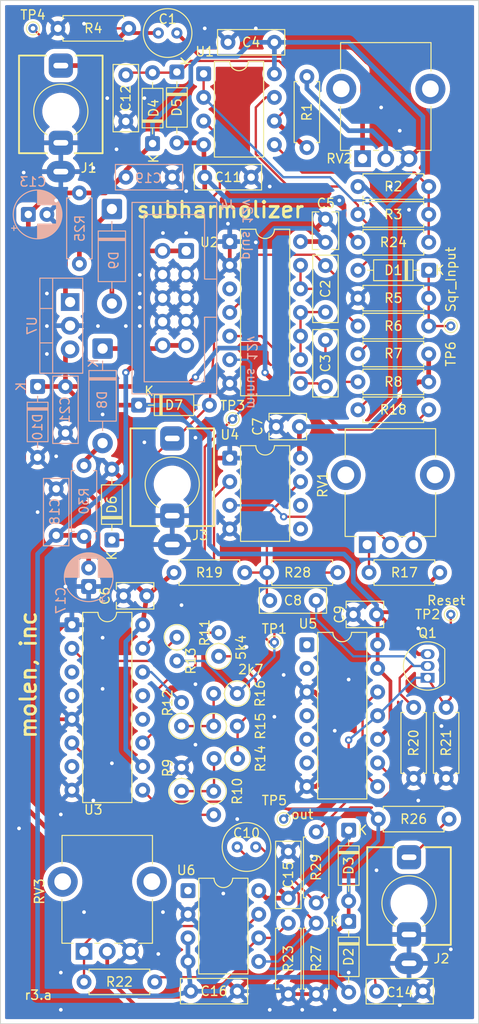
<source format=kicad_pcb>
(kicad_pcb (version 20241229) (generator "pcbnew") (generator_version "9.0")
  (layers (0 "F.Cu" signal) (2 "B.Cu" signal) (13 "F.Paste" user) (15 "B.Paste" user) (5 "F.SilkS" user "F.Silkscreen") (7 "B.SilkS" user "B.Silkscreen") (1 "F.Mask" user) (3 "B.Mask" user) (25 "Edge.Cuts" user))
  (net 0 "")
  (net 1 "Net-(C1-Pad1)")
  (net 2 "Net-(C1-Pad2)")
  (net 3 "Net-(C2-Pad2)")
  (net 4 "Net-(C2-Pad1)")
  (net 5 "Net-(C3-Pad2)")
  (net 6 "Net-(C3-Pad1)")
  (net 7 "GND")
  (net 8 "+12V")
  (net 9 "+5V")
  (net 10 "Net-(C8-Pad2)")
  (net 11 "Net-(Q1-B)")
  (net 12 "Net-(U6B-+)")
  (net 13 "Net-(C10-Pad1)")
  (net 14 "-12V")
  (net 15 "Net-(D4-A)")
  (net 16 "Net-(D1-K)")
  (net 17 "Net-(D1-A)")
  (net 18 "/Schematic/output")
  (net 19 "Net-(D6-K)")
  (net 20 "Net-(J2-PadT)")
  (net 21 "/Schematic/reset")
  (net 22 "Net-(R1-Pad1)")
  (net 23 "Net-(U1B-+)")
  (net 24 "Net-(R6-Pad2)")
  (net 25 "Net-(R10-Pad1)")
  (net 26 "Net-(U3-Q1)")
  (net 27 "Net-(R11-Pad1)")
  (net 28 "Net-(U3-Q2)")
  (net 29 "Net-(U3-Q3)")
  (net 30 "Net-(R12-Pad1)")
  (net 31 "Net-(U4-+)")
  (net 32 "Net-(U3-Q4)")
  (net 33 "Net-(R17-Pad1)")
  (net 34 "Net-(U1A--)")
  (net 35 "Net-(R18-Pad2)")
  (net 36 "Net-(R22-Pad1)")
  (net 37 "Net-(U6B--)")
  (net 38 "Net-(U5B-Q)")
  (net 39 "Net-(U4--)")
  (net 40 "Net-(U3-CLK)")
  (net 51 "Net-(U5B-D)")
  (net 56 "Net-(D8-A)")
  (net 57 "Net-(D8-K)")
  (net 58 "Net-(D9-A)")
  (net 59 "Net-(D9-K)")
  (footprint "Diode_THT:D_DO-35_SOD27_P7.62mm_Horizontal" (layer "F.Cu") (at 231.12 62 180)
    (property "Reference" "D1")
    (property "Value" "1N4148")
  )
  (footprint "TestPoint:TestPoint_THTPad_D1.0mm_Drill0.5mm" (layer "F.Cu") (at 215.5 121 -90)
    (property "Reference" "TP5")
    (property "Value" "Output")
  )
  (footprint "Diode_THT:D_DO-35_SOD27_P7.62mm_Horizontal" (layer "F.Cu") (at 204 40.69 -90)
    (property "Reference" "D5")
    (property "Value" "1N4148")
  )
  (footprint "Diode_THT:D_DO-35_SOD27_P7.62mm_Horizontal" (layer "F.Cu") (at 222.5 122.19 -90)
    (property "Reference" "D3")
    (property "Value" "1N4148")
  )
  (footprint "molen:Potentiometer_Alpha_RD901F-40-00D_Single_Vertical_CircularHoles" (layer "F.Cu") (at 224 50 90)
    (property "Reference" "RV2")
    (property "Value" "100k Log")
  )
  (footprint "Resistor_THT:R_Axial_DIN0207_L6.3mm_D2.5mm_P7.62mm_Horizontal" (layer "F.Cu") (at 233 116.62 90)
    (property "Reference" "R21")
    (property "Value" "1k")
  )
  (footprint "Resistor_THT:R_Axial_DIN0207_L6.3mm_D2.5mm_P2.54mm_Vertical" (layer "F.Cu") (at 207.96 118 -90)
    (property "Reference" "R10")
    (property "Value" "5k4")
  )
  (footprint "Resistor_THT:R_Axial_DIN0207_L6.3mm_D2.5mm_P2.54mm_Vertical" (layer "F.Cu") (at 208.5 103.5 90)
    (property "Reference" "R11")
    (property "Value" "5k4")
  )
  (footprint "Capacitor_THT:C_Rect_L7.0mm_W2.5mm_P5.00mm" (layer "F.Cu") (at 216 124.5 -90)
    (property "Reference" "C15")
    (property "Value" "100n")
  )
  (footprint "Capacitor_THT:C_Rect_L7.0mm_W2.5mm_P5.00mm" (layer "F.Cu") (at 219 97.5 180)
    (property "Reference" "C8")
    (property "Value" "100n")
  )
  (footprint "Capacitor_THT:C_Rect_L7.0mm_W2.5mm_P5.00mm" (layer "F.Cu") (at 220 74.5 90)
    (property "Reference" "C3")
    (property "Value" "4n7")
  )
  (footprint "Capacitor_THT:C_Rect_L7.0mm_W2.5mm_P5.00mm" (layer "F.Cu") (at 230.5 139.5 180)
    (property "Reference" "C14")
    (property "Value" "1n")
  )
  (footprint "Resistor_THT:R_Axial_DIN0207_L6.3mm_D2.5mm_P7.62mm_Horizontal" (layer "F.Cu") (at 218 41.19 -90)
    (property "Reference" "R1")
    (property "Value" "10k")
  )
  (footprint "Resistor_THT:R_Axial_DIN0207_L6.3mm_D2.5mm_P7.62mm_Horizontal" (layer "F.Cu") (at 223.5 74)
    (property "Reference" "R8")
    (property "Value" "10k")
  )
  (footprint "Resistor_THT:R_Axial_DIN0207_L6.3mm_D2.5mm_P7.62mm_Horizontal" (layer "F.Cu") (at 216 139.81 90)
    (property "Reference" "R23")
    (property "Value" "10k")
  )
  (footprint "AudioJacks:Jack_3.5mm_QingPu_WQP-PJ398SM_Vertical" (layer "F.Cu") (at 229 130.02)
    (property "Reference" "J2")
    (property "Value" "Audio OUT")
  )
  (footprint "Capacitor_THT:C_Rect_L7.0mm_W2.5mm_P5.00mm" (layer "F.Cu") (at 198.5 46 90)
    (property "Reference" "C12")
    (property "Value" "4n7")
  )
  (footprint "Resistor_THT:R_Axial_DIN0207_L6.3mm_D2.5mm_P7.62mm_Horizontal" (layer "F.Cu") (at 223.5 56)
    (property "Reference" "R3")
    (property "Value" "100k")
  )
  (footprint "Diode_THT:D_DO-35_SOD27_P7.62mm_Horizontal" (layer "F.Cu") (at 222.5 132 -90)
    (property "Reference" "D2")
    (property "Value" "1N4148")
  )
  (footprint "Resistor_THT:R_Axial_DIN0207_L6.3mm_D2.5mm_P2.54mm_Vertical" (layer "F.Cu") (at 210.54 114.5 180)
    (property "Reference" "R14")
    (property "Value" "2k7")
  )
  (footprint "Resistor_THT:R_Axial_DIN0207_L6.3mm_D2.5mm_P2.54mm_Vertical" (layer "F.Cu") (at 207.96 111)
    (property "Reference" "R15")
    (property "Value" "2k7")
  )
  (footprint "TestPoint:TestPoint_THTPad_D1.0mm_Drill0.5mm" (layer "F.Cu") (at 214.5 102)
    (property "Reference" "TP1")
    (property "Value" "Ramp")
  )
  (footprint "Capacitor_THT:C_Rect_L7.0mm_W2.5mm_P5.00mm" (layer "F.Cu") (at 205.5 139.5)
    (property "Reference" "C16")
    (property "Value" "100n")
  )
  (footprint "Package_TO_SOT_THT:TO-92_Inline" (layer "F.Cu") (at 231 105.81 90)
    (property "Reference" "Q1")
    (property "Value" "2N3904")
  )
  (footprint "molen:Potentiometer_Alpha_RD901F-40-00D_Single_Vertical_CircularHoles" (layer "F.Cu") (at 224.5 91.5 90)
    (property "Reference" "RV1")
    (property "Value" "50k")
  )
  (footprint "Package_DIP:DIP-8_W7.62mm" (layer "F.Cu") (at 205.195 128.69)
    (property "Reference" "U6")
    (property "Value" "TL072")
  )
  (footprint "Resistor_THT:R_Axial_DIN0207_L6.3mm_D2.5mm_P7.62mm_Horizontal" (layer "F.Cu") (at 191.19 36)
    (property "Reference" "R4")
    (property "Value" "100k")
  )
  (footprint "Resistor_THT:R_Axial_DIN0207_L6.3mm_D2.5mm_P2.54mm_Vertical" (layer "F.Cu") (at 204 101.455 -90)
    (property "Reference" "R13")
    (property "Value" "5k4")
  )
  (footprint "Capacitor_THT:C_Radial_D5.0mm_H5.0mm_P2.00mm" (layer "F.Cu") (at 212.5 124 180)
    (property "Reference" "C10")
    (property "Value" "10u BP")
  )
  (footprint "Capacitor_THT:C_Rect_L7.0mm_W2.5mm_P5.00mm" (layer "F.Cu") (at 207 52)
    (property "Reference" "C11")
    (property "Value" "100n")
  )
  (footprint "Resistor_THT:R_Axial_DIN0207_L6.3mm_D2.5mm_P7.62mm_Horizontal" (layer "F.Cu") (at 223.5 65)
    (property "Reference" "R5")
    (property "Value" "22k")
  )
  (footprint "Capacitor_THT:C_Disc_D3.8mm_W2.6mm_P2.50mm" (layer "F.Cu") (at 217.195 78.81 180)
    (property "Reference" "C7")
    (property "Value" "22p")
  )
  (footprint "Diode_THT:D_DO-35_SOD27_P7.62mm_Horizontal" (layer "F.Cu") (at 201.38 48.38 90)
    (property "Reference" "D4")
    (property "Value" "1N4148")
  )
  (footprint "AudioJacks:Jack_3.5mm_QingPu_WQP-PJ398SM_Vertical" (layer "F.Cu") (at 203.5 85)
    (property "Reference" "J3")
    (property "Value" "Subharm CV IN")
  )
  (footprint "Capacitor_THT:C_Disc_D3.8mm_W2.6mm_P2.50mm" (layer "F.Cu") (at 220 56.5 -90)
    (property "Reference" "C5")
    (property "Value" "22p")
  )
  (footprint "Resistor_THT:R_Axial_DIN0207_L6.3mm_D2.5mm_P7.62mm_Horizontal" (layer "F.Cu") (at 224.69 94.5)
    (property "Reference" "R17")
    (property "Value" "10k")
  )
  (footprint "AudioJacks:Jack_3.5mm_QingPu_WQP-PJ398SM_Vertical" (layer "F.Cu") (at 191.5 44.92)
    (property "Reference" "J1")
    (property "Value" "Audio IN")
  )
  (footprint "Capacitor_THT:C_Radial_D5.0mm_H5.0mm_P2.00mm" (layer "F.Cu") (at 202 36.5)
    (property "Reference" "C1")
    (property "Value" "10u BP")
  )
  (footprint "TestPoint:TestPoint_THTPad_D1.0mm_Drill0.5mm" (layer "F.Cu") (at 233.5 68 90)
    (property "Reference" "TP6")
    (property "Value" "Sqr_Input")
  )
  (footprint "Resistor_THT:R_Axial_DIN0207_L6.3mm_D2.5mm_P7.62mm_Horizontal" (layer "F.Cu") (at 223.5 77)
    (property "Reference" "R18")
    (property "Value" "2k2")
  )
  (footprint "Resistor_THT:R_Axial_DIN0207_L6.3mm_D2.5mm_P7.62mm_Horizontal" (layer "F.Cu") (at 231.12 68 180)
    (property "Reference" "R6")
    (property "Value" "2k2")
  )
  (footprint "Resistor_THT:R_Axial_DIN0207_L6.3mm_D2.5mm_P7.62mm_Horizontal" (layer "F.Cu") (at 219 130 90)
    (property "Reference" "R29")
    (property "Value" "100")
  )
  (footprint "Resistor_THT:R_Axial_DIN0207_L6.3mm_D2.5mm_P7.62mm_Horizontal" (layer "F.Cu") (at 223.5 59)
    (property "Reference" "R24")
    (property "Value" "10k")
  )
  (footprint "Capacitor_THT:C_Rect_L7.0mm_W2.5mm_P5.00mm" (layer "F.Cu") (at 220 66.5 90)
    (property "Reference" "C2")
    (property "Value" "4n7")
  )
  (footprint "Resistor_THT:R_Axial_DIN0207_L6.3mm_D2.5mm_P7.62mm_Horizontal" (layer "F.Cu") (at 223.5 53)
    (property "Reference" "R2")
    (property "Value" "10k")
  )
  (footprint "Resistor_THT:R_Axial_DIN0207_L6.3mm_D2.5mm_P7.62mm_Horizontal" (layer "F.Cu") (at 221.31 94.5 180)
    (property "Reference" "R28")
    (property "Value" "1M")
  )
  (footprint "TestPoint:TestPoint_THTPad_D1.0mm_Drill0.5mm" (layer "F.Cu") (at 233.5 99 90)
    (property "Reference" "TP2")
    (property "Value" "Reset")
  )
  (footprint "Capacitor_THT:C_Rect_L7.0mm_W2.5mm_P5.00mm" (layer "F.Cu") (at 209.5 37.5)
    (property "Reference" "C4")
    (property "Value" "100n")
  )
  (footprint "Capacitor_THT:C_Disc_D3.8mm_W2.6mm_P2.50mm" (layer "F.Cu") (at 225.5 99 180)
    (property "Reference" "C9")
    (property "Value" "22p")
  )
  (footprint "Diode_THT:D_DO-35_SOD27_P7.62mm_Horizontal" (layer "F.Cu") (at 199.88 76.5)
    (property "Reference" "D7")
    (property "Value" "1N4148")
  )
  (footprint "Diode_THT:D_DO-35_SOD27_P7.62mm_Horizontal" (layer "F.Cu") (at 197 91 90)
    (property "Reference" "D6")
    (property "Value" "1N4148")
  )
  (footprint "Package_DIP:DIP-14_W7.62mm" (layer "F.Cu") (at 218 102.26)
    (property "Reference" "U5")
    (property "Value" "74LS74")
  )
  (footprint "Resistor_THT:R_Axial_DIN0207_L6.3mm_D2.5mm_P2.54mm_Vertical" (layer "F.Cu") (at 204.5 111 90)
    (property "Reference" "R12")
    (property "Value" "5k4")
  )
  (footprint "molen:Potentiometer_Alpha_RD901F-40-00D_Single_Vertical_CircularHoles" (layer "F.Cu") (at 194 135.225 90)
    (property "Reference" "RV3")
    (property "Value" "50k")
  )
  (footprint "Package_DIP:DIP-8_W7.62mm" (layer "F.Cu") (at 209.695 82.19)
    (property "Reference" "U4")
    (property "Value" "LM311")
  )
  (footprint "Package_DIP:DIP-14_W7.62mm" (layer "F.Cu") (at 209.695 58.92)
    (property "Reference" "U2")
    (property "Value" "74HC00")
  )
  (footprint "TestPoint:TestPoint_THTPad_D1.0mm_Drill0.5mm" (layer "F.Cu") (at 210 78)
    (property "Reference" "TP3")
    (property "Value" "DblFreq")
  )
  (footprint "Resistor_THT:R_Axial_DIN0207_L6.3mm_D2.5mm_P2.54mm_Vertical" (layer "F.Cu") (at 204.5 118 90)
    (property "Reference" "R9")
    (property "Value" "5k4")
  )
  (footprint "Resistor_THT:R_Axial_DIN0207_L6.3mm_D2.5mm_P2.54mm_Vertical" (layer "F.Cu") (at 210.5 107.5 180)
    (property "Reference" "R16")
    (property "Value" "2k7")
  )
  (footprint "Package_DIP:DIP-16_W7.62mm" (layer "F.Cu") (at 192.695 100.11)
    (property "Reference" "U3")
    (property "Value" "CD4516B")
  )
  (footprint "Resistor_THT:R_Axial_DIN0207_L6.3mm_D2.5mm_P7.62mm_Horizontal" (layer "F.Cu") (at 211.31 94.5 180)
    (property "Reference" "R19")
    (property "Value" "10k")
  )
  (footprint "Resistor_THT:R_Axial_DIN0207_L6.3mm_D2.5mm_P7.62mm_Horizontal" (layer "F.Cu") (at 225.69 121)
    (property "Reference" "R26")
    (property "Value" "1k")
  )
  (footprint "Package_DIP:DIP-8_W7.62mm" (layer "F.Cu") (at 206.88 40.88)
    (property "Reference" "U1")
    (property "Value" "TL072")
  )
  (footprint "Resistor_THT:R_Axial_DIN0207_L6.3mm_D2.5mm_P7.62mm_Horizontal" (layer "F.Cu") (at 223.5 71)
    (property "Reference" "R7")
    (property "Value" "10k")
  )
  (footprint "Capacitor_THT:C_Disc_D3.8mm_W2.6mm_P2.50mm" (layer "F.Cu") (at 200.75 97 180)
    (property "Reference" "C6")
    (property "Value" "22p")
  )
  (footprint "TestPoint:TestPoint_THTPad_D1.0mm_Drill0.5mm" (layer "F.Cu") (at 188.5 36)
    (property "Reference" "TP4")
    (property "Value" "Input")
  )
  (footprint "Resistor_THT:R_Axial_DIN0207_L6.3mm_D2.5mm_P7.62mm_Horizontal" (layer "F.Cu") (at 229.5 116.62 90)
    (property "Reference" "R20")
    (property "Value" "33k")
  )
  (footprint "Resistor_THT:R_Axial_DIN0207_L6.3mm_D2.5mm_P7.62mm_Horizontal" (layer "F.Cu") (at 194 138.5)
    (property "Reference" "R22")
    (property "Value" "18k")
  )
  (footprint "Resistor_THT:R_Axial_DIN0207_L6.3mm_D2.5mm_P7.62mm_Horizontal" (layer "F.Cu") (at 219 139.81 90)
    (property "Reference" "R27")
    (property "Value" "10k")
  )
  (footprint "Diode_THT:D_DO-41_SOD81_P10.16mm_Horizontal" (layer "B.Cu") (at 196 70.42 -90)
    (property "Reference" "D8")
    (property "Value" "1N5819")
  )
  (footprint "Capacitor_THT:CP_Radial_D5.0mm_P2.00mm" (layer "B.Cu") (at 194.5 96 90)
    (property "Reference" "C17")
    (property "Value" "47u 16v")
  )
  (footprint "Diode_THT:D_DO-41_SOD81_P10.16mm_Horizontal" (layer "B.Cu") (at 197 55.42 -90)
    (property "Reference" "D9")
    (property "Value" "1N5819")
  )
  (footprint "Resistor_THT:R_Axial_DIN0207_L6.3mm_D2.5mm_P7.62mm_Horizontal" (layer "B.Cu") (at 194 90.62 90)
    (property "Reference" "R30")
    (property "Value" "10R")
  )
  (footprint "Package_TO_SOT_THT:TO-220-3_Vertical" (layer "B.Cu") (at 192.5 65.42 -90)
    (property "Reference" "U7")
    (property "Value" "LM7805_TO220")
  )
  (footprint "Diode_THT:D_DO-35_SOD27_P7.62mm_Horizontal" (layer "B.Cu") (at 189 74.5 -90)
    (property "Reference" "D10")
    (property "Value" "1N4148")
  )
  (footprint "Resistor_THT:R_Axial_DIN0207_L6.3mm_D2.5mm_P7.62mm_Horizontal" (layer "B.Cu") (at 193.5 53.69 -90)
    (property "Reference" "R25")
    (property "Value" "10R")
  )
  (footprint "Connector_IDC:IDC-Header_2x05_P2.54mm_Vertical" (layer "B.Cu") (at 205 59.92 180)
    (property "Reference" "J4")
    (property "Value" "Eurorack 10pin")
  )
  (footprint "Capacitor_THT:C_Rect_L7.0mm_W2.5mm_P5.00mm" (layer "B.Cu") (at 192 79.5 90)
    (property "Reference" "C21")
    (property "Value" "100n")
  )
  (footprint "Capacitor_THT:C_Rect_L7.0mm_W2.5mm_P5.00mm" (layer "B.Cu") (at 203.5 52 180)
    (property "Reference" "C19")
    (property "Value" "100n")
  )
  (footprint "Capacitor_THT:C_Rect_L7.0mm_W2.5mm_P5.00mm" (layer "B.Cu") (at 191 90.5 90)
    (property "Reference" "C18")
    (property "Value" "100n")
  )
  (footprint "Capacitor_THT:CP_Radial_D5.0mm_P2.00mm" (layer "B.Cu") (at 188 56)
    (property "Reference" "C13")
    (property "Value" "47u 16v")
  )
  (gr_rect (start 185 33) (end 236.5 143) (stroke (width 0.1)) (fill no) (layer "Edge.Cuts"))
  (gr_text "molen, inc" (at 189 112.5 90) (layer "F.SilkS") (effects (font (size 1.7 1.7) (thickness 0.3) (bold yes)) (justify left bottom)))
  (gr_text "subharmolizer" (at 199.5 56.5 0) (layer "F.SilkS") (effects (font (size 1.7 1.7) (thickness 0.3) (bold yes)) (justify left bottom)))
  (gr_text "2k7" (at 210.5 105.5 0) (layer "F.SilkS") (effects (font (size 1 1)) (justify left bottom)))
  (gr_text "out" (at 217.5 120.5 0) (layer "F.SilkS") (effects (font (size 1 1))))
  (gr_text "r3.a" (at 187.5 140.5 0) (layer "F.SilkS") (effects (font (size 1 1)) (justify left bottom)))
  (gr_text "5k4" (at 211.5 104 90) (layer "F.SilkS") (effects (font (size 1 1)) (justify left bottom)))
  (gr_text "minus 12v" (at 211.5 77 270) (layer "B.SilkS") (effects (font (size 1 1)) (justify left bottom mirror)))
  (gr_text "plus 12v" (at 211 61 270) (layer "B.SilkS") (effects (font (size 1 1)) (justify left bottom mirror)))
  (segment (start 190 37.5) (end 195 37.5) (width 0.25) (layer "F.Cu") (net 1))
  (segment (start 194.81 40) (end 198.81 36) (width 0.5) (layer "F.Cu") (net 1))
  (segment (start 188.5 36) (end 190 37.5) (width 0.25) (layer "F.Cu") (net 1))
  (segment (start 196.5 36) (end 198.81 36) (width 0.25) (layer "F.Cu") (net 1))
  (segment (start 199.31 36.5) (end 198.81 36) (width 0.4) (layer "F.Cu") (net 1))
  (segment (start 195 37.5) (end 196.5 36) (width 0.25) (layer "F.Cu") (net 1))
  (segment (start 191.5 40) (end 194.81 40) (width 0.5) (layer "F.Cu") (net 1))
  (segment (start 202 36.5) (end 199.31 36.5) (width 0.4) (layer "F.Cu") (net 1))
  (segment (start 206.474 38.974) (end 222.474 38.974) (width 0.4) (layer "F.Cu") (net 2))
  (segment (start 224 50) (end 224 40.5) (width 0.5) (layer "F.Cu") (net 2))
  (segment (start 222.474 38.974) (end 224 40.5) (width 0.4) (layer "F.Cu") (net 2))
  (segment (start 204 36.5) (end 206.474 38.974) (width 0.4) (layer "F.Cu") (net 2))
  (segment (start 224 50.5) (end 224 50) (width 0.25) (layer "F.Cu") (net 2))
  (segment (start 224 63.5) (end 225 64.5) (width 0.25) (layer "F.Cu") (net 3))
  (segment (start 209.695 66.54) (end 211.5 64.735) (width 0.25) (layer "F.Cu") (net 3))
  (segment (start 218.834 60.334) (end 220 61.5) (width 0.25) (layer "F.Cu") (net 3))
  (segment (start 222 63.5) (end 224 63.5) (width 0.25) (layer "F.Cu") (net 3))
  (segment (start 211.5 64.735) (end 211.5 61.5) (width 0.25) (layer "F.Cu") (net 3))
  (segment (start 220 61.5) (end 222 63.5) (width 0.25) (layer "F.Cu") (net 3))
  (segment (start 225 64.5) (end 225 69.5) (width 0.25) (layer "F.Cu") (net 3))
  (segment (start 211.5 61.5) (end 212.666 60.334) (width 0.25) (layer "F.Cu") (net 3))
  (segment (start 225 69.5) (end 223.5 71) (width 0.25) (layer "F.Cu") (net 3))
  (segment (start 223 71.5) (end 223.5 71) (width 0.25) (layer "F.Cu") (net 3))
  (segment (start 212.666 60.334) (end 218.834 60.334) (width 0.25) (layer "F.Cu") (net 3))
  (segment (start 217.315 71.62) (end 217.315 69.08) (width 0.25) (layer "F.Cu") (net 4))
  (segment (start 220 66.5) (end 217.355 66.5) (width 0.25) (layer "F.Cu") (net 4))
  (segment (start 217.355 66.5) (end 217.315 66.54) (width 0.25) (layer "F.Cu") (net 4))
  (segment (start 217.315 66.54) (end 217.315 69.08) (width 0.25) (layer "F.Cu") (net 4))
  (segment (start 220 72) (end 222 74) (width 0.25) (layer "F.Cu") (net 5))
  (segment (start 216 73) (end 214.5 71.5) (width 0.25) (layer "F.Cu") (net 5))
  (segment (start 213.08 69.08) (end 209.695 69.08) (width 0.25) (layer "F.Cu") (net 5))
  (segment (start 220 69.5) (end 220 72) (width 0.25) (layer "F.Cu") (net 5))
  (segment (start 219 73) (end 216 73) (width 0.25) (layer "F.Cu") (net 5))
  (segment (start 222 74) (end 223.5 74) (width 0.25) (layer "F.Cu") (net 5))
  (segment (start 220 72) (end 219 73) (width 0.25) (layer "F.Cu") (net 5))
  (segment (start 214.5 70.5) (end 213.08 69.08) (width 0.25) (layer "F.Cu") (net 5))
  (segment (start 214.5 71.5) (end 214.5 70.5) (width 0.25) (layer "F.Cu") (net 5))
  (segment (start 219.5 74.5) (end 219.16 74.16) (width 0.25) (layer "F.Cu") (net 6))
  (segment (start 220 74.5) (end 219.5 74.5) (width 0.25) (layer "F.Cu") (net 6))
  (segment (start 219.16 74.16) (end 217.315 74.16) (width 0.25) (layer "F.Cu") (net 6))
  (segment (start 217.655 74.5) (end 217.315 74.16) (width 0.25) (layer "F.Cu") (net 6))
  (segment (start 219.5 117) (end 219.5 108) (width 0.5) (layer "F.Cu") (net 7))
  (segment (start 229 136.5) (end 229 133.4) (width 0.4) (layer "F.Cu") (net 7))
  (segment (start 209.695 58.92) (end 210.08 58.92) (width 0.4) (layer "F.Cu") (net 7))
  (segment (start 191.5 48.3) (end 191.5 51.4) (width 0.4) (layer "F.Cu") (net 7))
  (segment (start 218 117.5) (end 219 117.5) (width 0.5) (layer "F.Cu") (net 7))
  (segment (start 192.695 110.27) (end 191.27 110.27) (width 0.4) (layer "F.Cu") (net 7))
  (segment (start 192.695 117.89) (end 191 116.195) (width 0.4) (layer "F.Cu") (net 7))
  (segment (start 218.84 107.34) (end 218 107.34) (width 0.5) (layer "F.Cu") (net 7))
  (segment (start 229 137) (end 229 136.5) (width 0.4) (layer "F.Cu") (net 7))
  (segment (start 203.5 88.38) (end 203.5 91.48) (width 0.5) (layer "F.Cu") (net 7))
  (segment (start 219.5 108) (end 218.84 107.34) (width 0.5) (layer "F.Cu") (net 7))
  (segment (start 191.89 100.11) (end 192.695 100.11) (width 0.4) (layer "F.Cu") (net 7))
  (segment (start 219 117.5) (end 219.5 117) (width 0.5) (layer "F.Cu") (net 7))
  (segment (start 191 110) (end 191 101) (width 0.4) (layer "F.Cu") (net 7))
  (segment (start 209.695 61.46) (end 209.695 58.92) (width 0.4) (layer "F.Cu") (net 7))
  (segment (start 219 139.81) (end 216 139.81) (width 0.4) (layer "F.Cu") (net 7))
  (segment (start 191.27 110.27) (end 191 110) (width 0.4) (layer "F.Cu") (net 7))
  (segment (start 191 116.195) (end 191 110) (width 0.4) (layer "F.Cu") (net 7))
  (segment (start 191 101) (end 191.89 100.11) (width 0.4) (layer "F.Cu") (net 7))
  (via (at 187 122) (size 0.8) (drill 0.4) (layers "F.Cu" "B.Cu") (net 7))
  (via (at 228 141) (size 0.8) (drill 0.4) (layers "F.Cu" "B.Cu") (net 7))
  (via (at 191 82) (size 0.8) (drill 0.4) (layers "F.Cu" "B.Cu") (net 7))
  (via (at 233.5 135) (size 0.8) (drill 0.4) (layers "F.Cu" "B.Cu") (net 7))
  (via (at 217.5 141.5) (size 0.8) (drill 0.4) (layers "F.Cu" "B.Cu") (net 7))
  (via (at 211.5 102.5) (size 0.8) (drill 0.4) (layers "F.Cu" "B.Cu") (net 7))
  (via (at 206 113) (size 0.8) (drill 0.4) (layers "F.Cu" "B.Cu") (net 7))
  (via (at 190 68) (size 0.8) (drill 0.4) (layers "F.Cu" "B.Cu") (net 7))
  (via (at 195.5 68) (size 0.8) (drill 0.4) (layers "F.Cu" "B.Cu") (net 7))
  (via (at 214.5 110) (size 0.8) (drill 0.4) (layers "F.Cu" "B.Cu") (net 7))
  (via (at 206 80) (size 0.8) (drill 0.4) (layers "F.Cu" "B.Cu") (net 7))
  (via (at 197.5 49) (size 0.8) (drill 0.4) (layers "F.Cu" "B.Cu") (net 7))
  (via (at 221 141.5) (size 0.8) (drill 0.4) (layers "F.Cu" "B.Cu") (net 7))
  (via (at 198.5 68) (size 0.8) (drill 0.4) (layers "F.Cu" "B.Cu") (net 7))
  (via (at 196 107) (size 0.8) (drill 0.4) (layers "F.Cu" "B.Cu") (net 7))
  (via (at 210.5 121) (size 0.8) (drill 0.4) (layers "F.Cu" "B.Cu") (net 7))
  (via (at 190 64.5) (size 0.8) (drill 0.4) (layers "F.Cu" "B.Cu") (net 7))
  (via (at 226 44.5) (size 0.8) (drill 0.4) (layers "F.Cu" "B.Cu") (net 7))
  (via (at 195 119) (size 0.8) (drill 0.4) (layers "F.Cu" "B.Cu") (net 7))
  (via (at 215.5 105.5) (size 0.8) (drill 0.4) (layers "F.Cu" "B.Cu") (net 7))
  (via (at 192 96) (size 0.8) (drill 0.4) (layers "F.Cu" "B.Cu") (net 7))
  (via (at 189 88) (size 0.8) (drill 0.4) (layers "F.Cu" "B.Cu") (net 7))
  (via (at 197 115) (size 0.8) (drill 0.4) (layers "F.Cu" "B.Cu") (net 7))
  (via (at 232.5 111) (size 0.8) (drill 0.4) (layers "F.Cu" "B.Cu") (net 7))
  (via (at 218.5 125) (size 0.8) (drill 0.4) (layers "F.Cu" "B.Cu") (net 7))
  (via (at 212.5 36) (size 0.8) (drill 0.4) (layers "F.Cu" "B.Cu") (net 7))
  (via (at 228 47) (size 0.8) (drill 0.4) (layers "F.Cu" "B.Cu") (net 7))
  (via (at 214 141.5) (size 0.8) (drill 0.4) (layers "F.Cu" "B.Cu") (net 7))
  (via (at 195 51) (size 0.8) (drill 0.4) (layers "F.Cu" "B.Cu") (net 7))
  (via (at 200 66) (size 0.8) (drill 0.4) (layers "F.Cu" "B.Cu") (net 7))
  (via (at 222.5 137.5) (size 0.8) (drill 0.4) (layers "F.Cu" "B.Cu") (net 7))
  (via (at 196 101.5) (size 0.8) (drill 0.4) (layers "F.Cu" "B.Cu") (net 7))
  (via (at 205 53.5) (size 0.8) (drill 0.4) (layers "F.Cu" "B.Cu") (net 7))
  (via (at 200 62.5) (size 0.8) (drill 0.4) (layers "F.Cu" "B.Cu") (net 7))
  (via (at 229 55.5) (size 0.8) (drill 0.4) (layers "F.Cu" "B.Cu") (net 7))
  (via (at 191.5 120.5) (size 0.8) (drill 0.4) (layers "F.Cu" "B.Cu") (net 7))
  (via (at 207 36) (size 0.8) (drill 0.4) (layers "F.Cu" "B.Cu") (net 7))
  (via (at 190 71) (size 0.8) (drill 0.4) (layers "F.Cu" "B.Cu") (net 7))
  (via (at 209.5 57) (size 0.8) (drill 0.4) (layers "F.Cu" "B.Cu") (net 7))
  (via (at 202.5 131) (size 0.8) (drill 0.4) (layers "F.Cu" "B.Cu") (net 7))
  (via (at 205 58) (size 0.8) (drill 0.4) (layers "F.Cu" "B.Cu") (net 7))
  (via (at 202 135.5) (size 0.8) (drill 0.4) (layers "F.Cu" "B.Cu") (net 7))
  (via (at 214 53) (size 0.8) (drill 0.4) (layers "F.Cu" "B.Cu") (net 7))
  (via (at 209 129) (size 0.8) (drill 0.4) (layers "F.Cu" "B.Cu") (net 7))
  (via (at 196.5 43.5) (size 0.8) (drill 0.4) (layers "F.Cu" "B.Cu") (net 7))
  (via (at 230 100.5) (size 0.8) (drill 0.4) (layers "F.Cu" "B.Cu") (net 7))
  (via (at 187.5 51.5) (size 0.8) (drill 0.4) (layers "F.Cu" "B.Cu") (net 7))
  (via (at 212.5 59) (size 0.8) (drill 0.4) (layers "F.Cu" "B.Cu") (net 7))
  (via (at 227 53) (size 0.8) (drill 0.4) (layers "F.Cu" "B.Cu") (net 7))
  (via (at 191.5 141.5) (size 0.8) (drill 0.4) (layers "F.Cu" "B.Cu") (net 7))
  (via (at 200.5 43.5) (size 0.8) (drill 0.4) (layers "F.Cu" "B.Cu") (net 7))
  (via (at 194 131) (size 0.8) (drill 0.4) (layers "F.Cu" "B.Cu") (net 7))
  (via (at 194 35.5) (size 0.8) (drill 0.4) (layers "F.Cu" "B.Cu") (net 7))
  (via (at 204.5 98) (size 0.8) (drill 0.4) (layers "F.Cu" "B.Cu") (net 7))
  (via (at 200 68) (size 0.8) (drill 0.4) (layers "F.Cu" "B.Cu") (net 7))
  (via (at 202.5 58) (size 0.8) (drill 0.4) (layers "F.Cu" "B.Cu") (net 7))
  (via (at 222.5 106) (size 0.8) (drill 0.4) (layers "F.Cu" "B.Cu") (net 7))
  (via (at 191.5 137.5) (size 0.8) (drill 0.4) (layers "F.Cu" "B.Cu") (net 7))
  (via (at 221 111.5) (size 0.8) (drill 0.4) (layers "F.Cu" "B.Cu") (net 7))
  (via (at 200.5 80.5) (size 0.8) (drill 0.4) (layers "F.Cu" "B.Cu") (net 7))
  (via (at 191 54.5) (size 0.8) (drill 0.4) (layers "F.Cu" "B.Cu") (net 7))
  (via (at 206 106.5) (size 0.8) (drill 0.4) (layers "F.Cu" "B.Cu") (net 7))
  (via (at 196 77.5) (size 0.8) (drill 0.4) (layers "F.Cu" "B.Cu") (net 7))
  (via (at 200 64.5) (size 0.8) (drill 0.4) (layers "F.Cu" "B.Cu") (net 7))
  (via (at 230 119) (size 0.8) (drill 0.4) (layers "F.Cu" "B.Cu") (net 7))
  (via (at 225.5 126.5) (size 0.8) (drill 0.4) (layers "F.Cu" "B.Cu") (net 7))
  (segment (start 210.5 139.5) (end 215.69 139.5) (width 0.4) (layer "B.Cu") (net 7))
  (segment (start 215.69 139.5) (end 216 139.81) (width 0.4) (layer "B.Cu") (net 7))
  (segment (start 192.5 65.5) (end 192 65) (width 0.5) (layer "F.Cu") (net 8))
  (segment (start 213.625 129.5) (end 212.815 128.69) (width 0.5) (layer "F.Cu") (net 8))
  (segment (start 198.5 52) (end 198.5 51.26) (width 0.5) (layer "F.Cu") (net 8))
  (segment (start 210 127) (end 205.5 122.5) (width 0.5) (layer "F.Cu") (net 8))
  (segment (start 198.5 51.26) (end 201.38 48.38) (width 0.5) (layer "F.Cu") (net 8))
  (segment (start 217.195 78.81) (end 217.195 82.07) (width 0.5) (layer "F.Cu") (net 8))
  (segment (start 205.5 122.5) (end 190.5 122.5) (width 0.5) (layer "F.Cu") (net 8))
  (segment (start 187.5 58) (end 188 57.5) (width 0.5) (layer "F.Cu") (net 8))
  (segment (start 217.195 82.07) (end 217.315 82.19) (width 0.5) (layer "F.Cu") (net 8))
  (segment (start 223.69 53) (end 223.5 53) (width 0.4) (layer "F.Cu") (net 8))
  (segment (start 193.5 53.69) (end 196.31 53.69) (width 0.5) (layer "F.Cu") (net 8))
  (segment (start 190.31 53.69) (end 192 53.69) (width 0.5) (layer "F.Cu") (net 8))
  (segment (start 213.5 127) (end 210 127) (width 0.5) (layer "F.Cu") (net 8))
  (segment (start 193.5 53.69) (end 192 53.69) (width 0.5) (layer "F.Cu") (net 8))
  (segment (start 187.5 119.5) (end 187.5 58) (width 0.5) (layer "F.Cu") (net 8))
  (segment (start 192 65) (end 192 53.69) (width 0.5) (layer "F.Cu") (net 8))
  (segment (start 188 57.5) (end 188 56) (width 0.5) (layer "F.Cu") (net 8))
  (segment (start 188 56) (end 190.31 53.69) (width 0.5) (layer "F.Cu") (net 8))
  (segment (start 190.5 122.5) (end 187.5 119.5) (width 0.5) (layer "F.Cu") (net 8))
  (segment (start 196.31 53.69) (end 198 52) (width 0.5) (layer "F.Cu") (net 8))
  (segment (start 216 129.5) (end 213.625 129.5) (width 0.5) (layer "F.Cu") (net 8))
  (segment (start 216 129.5) (end 213.5 127) (width 0.5) (layer "F.Cu") (net 8))
  (segment (start 216 129.5) (end 222.5 123) (width 0.5) (layer "B.Cu") (net 8))
  (segment (start 224.69 78.81) (end 227.5 76) (width 0.5) (layer "B.Cu") (net 8))
  (segment (start 210.5 39) (end 206.5 39) (width 0.5) (layer "B.Cu") (net 8))
  (segment (start 230.5 45.5) (end 230.5 51.5) (width 0.5) (layer "B.Cu") (net 8))
  (segment (start 224.203496 53) (end 223.5 53) (width 0.5) (layer "B.Cu") (net 8))
  (segment (start 227.5 56.296504) (end 226.601748 55.398252) (width 0.5) (layer "B.Cu") (net 8))
  (segment (start 230.5 51.5) (end 226.601748 55.398252) (width 0.5) (layer "B.Cu") (net 8))
  (segment (start 205.5 40) (end 205.5 42) (width 0.5) (layer "B.Cu") (net 8))
  (segment (start 222.5 37.5) (end 230.5 45.5) (width 0.5) (layer "B.Cu") (net 8))
  (segment (start 214.5 37.5) (end 222.5 37.5) (width 0.5) (layer "B.Cu") (net 8))
  (segment (start 214.5 37.5) (end 212 37.5) (width 0.5) (layer "B.Cu") (net 8))
  (segment (start 222.5 123) (end 222.5 122.19) (width 0.5) (layer "B.Cu") (net 8))
  (segment (start 212 37.5) (end 210.5 39) (width 0.5) (layer "B.Cu") (net 8))
  (segment (start 201.38 46.12) (end 201.38 48.38) (width 0.5) (layer "B.Cu") (net 8))
  (segment (start 227.5 76) (end 227.5 56.296504) (width 0.5) (layer "B.Cu") (net 8))
  (segment (start 205.5 42) (end 201.38 46.12) (width 0.5) (layer "B.Cu") (net 8))
  (segment (start 214.5 40.88) (end 214.5 37.5) (width 0.5) (layer "B.Cu") (net 8))
  (segment (start 206.5 39) (end 205.5 40) (width 0.5) (layer "B.Cu") (net 8))
  (segment (start 226.601748 55.398252) (end 224.203496 53) (width 0.5) (layer "B.Cu") (net 8))
  (segment (start 217.195 78.81) (end 224.69 78.81) (width 0.5) (layer "B.Cu") (net 8))
  (segment (start 217 76.5) (end 219 76.5) (width 0.5) (layer "F.Cu") (net 9))
  (segment (start 195.5 87) (end 192.5 84) (width 0.5) (layer "F.Cu") (net 9))
  (segment (start 225.62 112.42) (end 227 111.04) (width 0.4) (layer "F.Cu") (net 9))
  (segment (start 200.75 97) (end 195.5 91.75) (width 0.5) (layer "F.Cu") (net 9))
  (segment (start 194 76.5) (end 199.88 76.5) (width 0.5) (layer "F.Cu") (net 9))
  (segment (start 192 74.5) (end 192 71) (width 0.5) (layer "F.Cu") (net 9))
  (segment (start 230 74) (end 231.12 74) (width 0.5) (layer "F.Cu") (net 9))
  (segment (start 205 74.5) (end 192 74.5) (width 0.5) (layer "F.Cu") (net 9))
  (segment (start 221.5 79) (end 225 79) (width 0.5) (layer "F.Cu") (net 9))
  (segment (start 231 103.27) (end 230.01 103.27) (width 0.4) (layer "F.Cu") (net 9))
  (segment (start 195.5 91.75) (end 195.5 87) (width 0.5) (layer "F.Cu") (net 9))
  (segment (start 200.315 100.11) (end 200.75 97) (width 0.5) (layer "F.Cu") (net 9))
  (segment (start 200.75 97) (end 203.69 94.5) (width 0.5) (layer "F.Cu") (net 9))
  (segment (start 227 111.04) (end 227 106.18) (width 0.4) (layer "F.Cu") (net 9))
  (segment (start 213.5 73) (end 217 76.5) (width 0.5) (layer "F.Cu") (net 9))
  (segment (start 231 103.27) (end 231 103.31) (width 0.4) (layer "F.Cu") (net 9))
  (segment (start 192 71) (end 192.5 70.5) (width 0.5) (layer "F.Cu") (net 9))
  (segment (start 189 74.5) (end 192 74.5) (width 0.5) (layer "F.Cu") (net 9))
  (segment (start 230.01 103.27) (end 225.5 98.76) (width 0.4) (layer "F.Cu") (net 9))
  (segment (start 192.5 84) (end 192.5 82) (width 0.5) (layer "F.Cu") (net 9))
  (segment (start 217.315 58.92) (end 219.92 58.92) (width 0.5) (layer "F.Cu") (net 9))
  (segment (start 219 76.5) (end 221.5 79) (width 0.5) (layer "F.Cu") (net 9))
  (segment (start 225.5 98.76) (end 228.05 98.76) (width 0.4) (layer "F.Cu") (net 9))
  (segment (start 206 73.5) (end 205 74.5) (width 0.5) (layer "F.Cu") (net 9))
  (segment (start 226.41 105.59) (end 225.62 104.8) (width 0.4) (layer "F.Cu") (net 9))
  (segment (start 225.62 102.26) (end 225.62 98.88) (width 0.4) (layer "F.Cu") (net 9))
  (segment (start 219.92 58.92) (end 220 59) (width 0.5) (layer "F.Cu") (net 9))
  (segment (start 192 74.5) (end 194 76.5) (width 0.5) (layer "F.Cu") (net 9))
  (segment (start 194 80.5) (end 194 76.5) (width 0.5) (layer "F.Cu") (net 9))
  (segment (start 225.62 104.8) (end 225.62 102.26) (width 0.4) (layer "F.Cu") (net 9))
  (segment (start 225 79) (end 230 74) (width 0.5) (layer "F.Cu") (net 9))
  (segment (start 192.5 82) (end 194 80.5) (width 0.5) (layer "F.Cu") (net 9))
  (segment (start 225.62 98.88) (end 225.5 98.76) (width 0.4) (layer "F.Cu") (net 9))
  (segment (start 227 106.18) (end 226.41 105.59) (width 0.4) (layer "F.Cu") (net 9))
  (segment (start 200.315 96.685) (end 200.5 96.5) (width 0.25) (layer "F.Cu") (net 9))
  (segment (start 228.05 98.76) (end 232.31 94.5) (width 0.4) (layer "F.Cu") (net 9))
  (segment (start 231.12 74) (end 231.12 71) (width 0.5) (layer "F.Cu") (net 9))
  (via (at 206 73.5) (size 0.8) (drill 0.4) (layers "F.Cu" "B.Cu") (net 9))
  (via (at 213.5 73) (size 0.8) (drill 0.4) (layers "F.Cu" "B.Cu") (net 9))
  (segment (start 199.88 76.5) (end 204.5 76.5) (width 0.5) (layer "B.Cu") (net 9))
  (segment (start 198.5 113.535) (end 198.5 101.925) (width 0.5) (layer "B.Cu") (net 9))
  (segment (start 213.5 73) (end 213.5 70) (width 0.5) (layer "B.Cu") (net 9))
  (segment (start 223 95.5) (end 225.5 98) (width 0.5) (layer "B.Cu") (net 9))
  (segment (start 213.5 58.5) (end 214.5 57.5) (width 0.5) (layer "B.Cu") (net 9))
  (segment (start 208.5 92.5) (end 222 92.5) (width 0.5) (layer "B.Cu") (net 9))
  (segment (start 207.5 91.5) (end 208.5 92.5) (width 0.5) (layer "B.Cu") (net 9))
  (segment (start 198.5 101.925) (end 200.315 100.11) (width 0.5) (layer "B.Cu") (net 9))
  (segment (start 222 92.5) (end 223 93.5) (width 0.5) (layer "B.Cu") (net 9))
  (segment (start 206 73.5) (end 208.5 70.369) (width 0.5) (layer "B.Cu") (net 9))
  (segment (start 214.5 57.5) (end 218.5 57.5) (width 0.5) (layer "B.Cu") (net 9))
  (segment (start 207.5 79.5) (end 207.5 91.5) (width 0.5) (layer "B.Cu") (net 9))
  (segment (start 225.5 98) (end 225.5 99) (width 0.5) (layer "B.Cu") (net 9))
  (segment (start 200.315 115.35) (end 198.5 113.535) (width 0.5) (layer "B.Cu") (net 9))
  (segment (start 204.5 76.5) (end 207.5 79.5) (width 0.5) (layer "B.Cu") (net 9))
  (segment (start 223 93.5) (end 223 95.5) (width 0.5) (layer "B.Cu") (net 9))
  (segment (start 208.5 70.369) (end 213.131 70.369) (width 0.5) (layer "B.Cu") (net 9))
  (segment (start 213.131 70.369) (end 213.5 70) (width 0.5) (layer "B.Cu") (net 9))
  (segment (start 213.5 70) (end 213.5 58.5) (width 0.5) (layer "B.Cu") (net 9))
  (segment (start 218.5 57.5) (end 220 59) (width 0.5) (layer "B.Cu") (net 9))
  (segment (start 213.69 97.19) (end 214 97.5) (width 0.25) (layer "F.Cu") (net 10))
  (segment (start 213.69 88.355) (end 217.315 84.73) (width 0.25) (layer "F.Cu") (net 10))
  (segment (start 211.31 94.5) (end 213.69 94.5) (width 0.25) (layer "F.Cu") (net 10))
  (segment (start 213.69 94.5) (end 213.69 88.355) (width 0.25) (layer "F.Cu") (net 10))
  (segment (start 217.395 84.81) (end 217.315 84.73) (width 0.25) (layer "F.Cu") (net 10))
  (segment (start 213.69 94.5) (end 213.69 97.19) (width 0.25) (layer "F.Cu") (net 10))
  (segment (start 228 105.81) (end 229.27 104.54) (width 0.25) (layer "F.Cu") (net 11))
  (segment (start 228 107.5) (end 228 105.81) (width 0.25) (layer "F.Cu") (net 11))
  (segment (start 229.27 104.54) (end 231 104.54) (width 0.25) (layer "F.Cu") (net 11))
  (segment (start 229.5 109) (end 228 107.5) (width 0.25) (layer "F.Cu") (net 11))
  (segment (start 219 97.5) (end 219 99.5) (width 0.25) (layer "B.Cu") (net 11))
  (segment (start 219 99.5) (end 223 103.5) (width 0.25) (layer "B.Cu") (net 11))
  (segment (start 229.54 104.54) (end 231 104.54) (width 0.25) (layer "B.Cu") (net 11))
  (segment (start 223 103.5) (end 228.5 103.5) (width 0.25) (layer "B.Cu") (net 11))
  (segment (start 228.5 103.5) (end 229.54 104.54) (width 0.25) (layer "B.Cu") (net 11))
  (segment (start 212.5 126) (end 210.5 124) (width 0.25) (layer "F.Cu") (net 12))
  (segment (start 214.092405 126) (end 212.5 126) (width 0.25) (layer "F.Cu") (net 12))
  (segment (start 219 132.19) (end 217.126 130.316) (width 0.25) (layer "F.Cu") (net 12))
  (segment (start 217.126 129.033595) (end 214.092405 126) (width 0.25) (layer "F.Cu") (net 12))
  (segment (start 217.126 130.316) (end 217.126 129.033595) (width 0.25) (layer "F.Cu") (net 12))
  (segment (start 219 132.19) (end 214.88 136.31) (width 0.25) (layer "B.Cu") (net 12))
  (segment (start 214.88 136.31) (end 212.815 136.31) (width 0.25) (layer "B.Cu") (net 12))
  (segment (start 225.5 139.5) (end 224 128) (width 0.25) (layer "F.Cu") (net 13))
  (segment (start 224 128) (end 221 128) (width 0.25) (layer "F.Cu") (net 13))
  (segment (start 212.5 124) (end 213 124) (width 0.25) (layer "F.Cu") (net 13))
  (segment (start 221 128) (end 219 130) (width 0.25) (layer "F.Cu") (net 13))
  (segment (start 213 124) (end 219 130) (width 0.25) (layer "F.Cu") (net 13))
  (segment (start 222 55) (end 221.5 54.5) (width 0.5) (layer "F.Cu") (net 14))
  (segment (start 193.88 90.5) (end 194 90.62) (width 0.5) (layer "F.Cu") (net 14))
  (segment (start 191 90.5) (end 193.88 90.5) (width 0.5) (layer "F.Cu") (net 14))
  (segment (start 194.5 91.12) (end 194 90.62) (width 0.5) (layer "F.Cu") (net 14))
  (segment (start 205 72.5) (end 207 70.5) (width 0.5) (layer "F.Cu") (net 14))
  (segment (start 206.69 48.31) (end 206.88 48.5) (width 0.4) (layer "F.Cu") (net 14))
  (segment (start 207 70.5) (end 207 52) (width 0.5) (layer "F.Cu") (net 14))
  (segment (start 207 48.62) (end 206.88 48.5) (width 0.4) (layer "F.Cu") (net 14))
  (segment (start 222 57.5) (end 222 55) (width 0.5) (layer "F.Cu") (net 14))
  (segment (start 194.5 94) (end 194.5 91.12) (width 0.5) (layer "F.Cu") (net 14))
  (segment (start 223.5 59) (end 222 57.5) (width 0.5) (layer "F.Cu") (net 14))
  (segment (start 204 48.31) (end 206.69 48.31) (width 0.5) (layer "F.Cu") (net 14))
  (segment (start 199 72.5) (end 205 72.5) (width 0.5) (layer "F.Cu") (net 14))
  (segment (start 207 52) (end 206.88 48.5) (width 0.5) (layer "F.Cu") (net 14))
  (segment (start 198.5 73) (end 199 72.5) (width 0.5) (layer "F.Cu") (net 14))
  (via (at 221.5 54.5) (size 1.2) (drill 0.4) (layers "F.Cu" "B.Cu") (net 14))
  (via (at 198.5 73) (size 0.8) (drill 0.4) (layers "F.Cu" "B.Cu") (net 14))
  (segment (start 203.5 140) (end 189 140) (width 0.5) (layer "B.Cu") (net 14))
  (segment (start 205.195 133.77) (end 205.195 136.31) (width 0.5) (layer "B.Cu") (net 14))
  (segment (start 191 90.5) (end 198 84.5) (width 0.5) (layer "B.Cu") (net 14))
  (segment (start 198 84.5) (end 198.5 84) (width 0.5) (layer "B.Cu") (net 14))
  (segment (start 198.5 84) (end 198.5 73) (width 0.5) (layer "B.Cu") (net 14))
  (segment (start 208.5 139.5) (end 210 138) (width 0.5) (layer "B.Cu") (net 14))
  (segment (start 189 92.5) (end 191 90.5) (width 0.5) (layer "B.Cu") (net 14))
  (segment (start 205.5 136.615) (end 205.195 136.31) (width 0.4) (layer "B.Cu") (net 14))
  (segment (start 205.195 136.31) (end 205.5 139.5) (width 0.5) (layer "B.Cu") (net 14))
  (segment (start 210 138) (end 220.88 138) (width 0.5) (layer "B.Cu") (net 14))
  (segment (start 220.88 138) (end 222.5 139.62) (width 0.5) (layer "B.Cu") (net 14))
  (segment (start 209.5 54.5) (end 207 52) (width 0.5) (layer "B.Cu") (net 14))
  (segment (start 189 140) (end 189 92.5) (width 0.5) (layer "B.Cu") (net 14))
  (segment (start 205.5 139.5) (end 208.5 139.5) (width 0.5) (layer "B.Cu") (net 14))
  (segment (start 205.5 139.5) (end 203.5 140) (width 0.5) (layer "B.Cu") (net 14))
  (segment (start 221.5 54.5) (end 209.5 54.5) (width 0.5) (layer "B.Cu") (net 14))
  (segment (start 201.38 40.76) (end 203.93 40.76) (width 0.25) (layer "F.Cu") (net 15))
  (segment (start 199.24 40.76) (end 201.38 40.76) (width 0.25) (layer "F.Cu") (net 15))
  (segment (start 205.5 39.5) (end 215 39.5) (width 0.25) (layer "F.Cu") (net 15))
  (segment (start 204.31 40.69) (end 205.5 39.5) (width 0.25) (layer "F.Cu") (net 15))
  (segment (start 198.5 41) (end 199 41) (width 0.25) (layer "F.Cu") (net 15))
  (segment (start 216 40.5) (end 215.96 44.5) (width 0.25) (layer "F.Cu") (net 15))
  (segment (start 203.93 40.76) (end 204 40.69) (width 0.25) (layer "F.Cu") (net 15))
  (segment (start 204 40.69) (end 204.31 40.69) (width 0.25) (layer "F.Cu") (net 15))
  (segment (start 218 48.81) (end 214.5 45.96) (width 0.5) (layer "F.Cu") (net 15))
  (segment (start 199 41) (end 199.24 40.76) (width 0.25) (layer "F.Cu") (net 15))
  (segment (start 215 39.5) (end 216 40.5) (width 0.25) (layer "F.Cu") (net 15))
  (segment (start 215.96 44.5) (end 214.5 45.96) (width 0.25) (layer "F.Cu") (net 15))
  (segment (start 231.12 62) (end 231.12 65) (width 0.25) (layer "F.Cu") (net 16))
  (segment (start 231.12 68) (end 231.12 65) (width 0.25) (layer "F.Cu") (net 16))
  (segment (start 233.5 68) (end 231.12 68) (width 0.25) (layer "F.Cu") (net 16))
  (segment (start 225 60.5) (end 225 57.5) (width 0.25) (layer "F.Cu") (net 17))
  (segment (start 212.5 44.5) (end 213.58 43.42) (width 0.25) (layer "F.Cu") (net 17))
  (segment (start 223.5 55) (end 221.5 53) (width 0.25) (layer "F.Cu") (net 17))
  (segment (start 213.58 43.42) (end 214.5 43.42) (width 0.25) (layer "F.Cu") (net 17))
  (segment (start 225 57.5) (end 223.5 56) (width 0.25) (layer "F.Cu") (net 17))
  (segment (start 212.5 49.5) (end 212.5 44.5) (width 0.25) (layer "F.Cu") (net 17))
  (segment (start 216 53) (end 212.5 49.5) (width 0.25) (layer "F.Cu") (net 17))
  (segment (start 223.5 62) (end 225 60.5) (width 0.25) (layer "F.Cu") (net 17))
  (segment (start 223.5 56) (end 223.5 55) (width 0.25) (layer "F.Cu") (net 17))
  (segment (start 221.5 53) (end 216 53) (width 0.25) (layer "F.Cu") (net 17))
  (segment (start 196.5 135.225) (end 196.5 138) (width 0.4) (layer "F.Cu") (net 18))
  (segment (start 199.5 141) (end 212 141) (width 0.4) (layer "F.Cu") (net 18))
  (segment (start 196.5 138) (end 199.5 141) (width 0.4) (layer "F.Cu") (net 18))
  (segment (start 212 141) (end 222.5 132) (width 0.4) (layer "F.Cu") (net 18))
  (segment (start 222.5 132) (end 222.5 129.81) (width 0.4) (layer "F.Cu") (net 18))
  (segment (start 216.5 120) (end 215.5 121) (width 0.4) (layer "B.Cu") (net 18))
  (segment (start 225.69 123.31) (end 225.69 121) (width 0.4) (layer "B.Cu") (net 18))
  (segment (start 224.69 120) (end 216.5 120) (width 0.4) (layer "B.Cu") (net 18))
  (segment (start 222.5 129.81) (end 222.5 126.5) (width 0.4) (layer "B.Cu") (net 18))
  (segment (start 225.69 121) (end 224.69 120) (width 0.4) (layer "B.Cu") (net 18))
  (segment (start 222.5 126.5) (end 225.69 123.31) (width 0.4) (layer "B.Cu") (net 18))
  (segment (start 208.626 47.706) (end 208.626 53.374) (width 0.25) (layer "F.Cu") (net 19))
  (segment (start 200 90) (end 200 83.58) (width 0.25) (layer "F.Cu") (net 19))
  (segment (start 208 54) (end 208 70.5) (width 0.25) (layer "F.Cu") (net 19))
  (segment (start 208.626 53.374) (end 208 54) (width 0.25) (layer "F.Cu") (net 19))
  (segment (start 208 70.5) (end 207.5 76.5) (width 0.25) (layer "F.Cu") (net 19))
  (segment (start 197 91) (end 199 91) (width 0.25) (layer "F.Cu") (net 19))
  (segment (start 203.5 80.08) (end 203.92 80.08) (width 0.25) (layer "F.Cu") (net 19))
  (segment (start 206.88 45.96) (end 208.626 47.706) (width 0.25) (layer "F.Cu") (net 19))
  (segment (start 200 83.58) (end 203.5 80.08) (width 0.25) (layer "F.Cu") (net 19))
  (segment (start 199 91) (end 200 90) (width 0.25) (layer "F.Cu") (net 19))
  (segment (start 203.92 80.08) (end 207.5 76.5) (width 0.25) (layer "F.Cu") (net 19))
  (segment (start 229 125.1) (end 229.21 125.1) (width 0.25) (layer "F.Cu") (net 20))
  (segment (start 229.21 125.1) (end 233.31 121) (width 0.25) (layer "F.Cu") (net 20))
  (segment (start 229.9 125.1) (end 229 125.1) (width 0.25) (layer "F.Cu") (net 20))
  (segment (start 218.874 119.126) (end 221.5 116.5) (width 0.25) (layer "F.Cu") (net 21))
  (segment (start 200.315 117.89) (end 201.551 119.126) (width 0.25) (layer "F.Cu") (net 21))
  (segment (start 222.5 115.5) (end 222.5 112.5) (width 0.25) (layer "F.Cu") (net 21))
  (segment (start 233 109) (end 233 108.5) (width 0.25) (layer "F.Cu") (net 21))
  (segment (start 201.551 119.126) (end 218.874 119.126) (width 0.25) (layer "F.Cu") (net 21))
  (segment (start 233 108.5) (end 233.5 108) (width 0.25) (layer "F.Cu") (net 21))
  (segment (start 233.5 108) (end 233.5 99) (width 0.25) (layer "F.Cu") (net 21))
  (segment (start 221.5 116.5) (end 222.5 115.5) (width 0.25) (layer "F.Cu") (net 21))
  (segment (start 231 105.81) (end 233 109) (width 0.25) (layer "F.Cu") (net 21))
  (via (at 222.5 112.5) (size 0.8) (drill 0.4) (layers "F.Cu" "B.Cu") (net 21))
  (segment (start 222.5 112.5) (end 225.62 109.88) (width 0.25) (layer "B.Cu") (net 21))
  (segment (start 229.69 105.81) (end 231 105.81) (width 0.25) (layer "B.Cu") (net 21))
  (segment (start 225.62 109.88) (end 229.69 105.81) (width 0.25) (layer "B.Cu") (net 21))
  (segment (start 222.5 47) (end 218 42.5) (width 0.5) (layer "B.Cu") (net 22))
  (segment (start 225 47) (end 222.5 47) (width 0.5) (layer "B.Cu") (net 22))
  (segment (start 226.5 48.5) (end 225 47) (width 0.5) (layer "B.Cu") (net 22))
  (segment (start 226.5 50) (end 226.5 48.5) (width 0.5) (layer "B.Cu") (net 22))
  (segment (start 218 42.5) (end 218 41.19) (width 0.5) (layer "B.Cu") (net 22))
  (segment (start 231.12 53) (end 231.12 56) (width 0.25) (layer "F.Cu") (net 23))
  (segment (start 217.5 51.5) (end 214.5 48.5) (width 0.25) (layer "F.Cu") (net 23))
  (segment (start 229.62 51.5) (end 217.5 51.5) (width 0.25) (layer "F.Cu") (net 23))
  (segment (start 231.12 56) (end 231.12 59) (width 0.25) (layer "F.Cu") (net 23))
  (segment (start 231.12 53) (end 229.62 51.5) (width 0.25) (layer "F.Cu") (net 23))
  (segment (start 220.5 64) (end 217.315 64) (width 0.25) (layer "F.Cu") (net 24))
  (segment (start 221.5 65) (end 220.5 64) (width 0.25) (layer "F.Cu") (net 24))
  (segment (start 223.5 68) (end 221.5 66) (width 0.25) (layer "F.Cu") (net 24))
  (segment (start 221.5 66) (end 221.5 65) (width 0.25) (layer "F.Cu") (net 24))
  (segment (start 217.315 64) (end 217.315 61.46) (width 0.25) (layer "F.Cu") (net 24))
  (segment (start 207.955 118) (end 204.5 118) (width 0.25) (layer "F.Cu") (net 25))
  (segment (start 208 114.5) (end 208 117.545) (width 0.25) (layer "F.Cu") (net 25))
  (segment (start 208 117.545) (end 208.455 118) (width 0.25) (layer "F.Cu") (net 25))
  (segment (start 200.425 120.54) (end 192.695 112.81) (width 0.25) (layer "F.Cu") (net 26))
  (segment (start 207.96 120.54) (end 200.425 120.54) (width 0.25) (layer "F.Cu") (net 26))
  (segment (start 210.54 111.04) (end 210.5 111) (width 0.25) (layer "F.Cu") (net 27))
  (segment (start 212.5 106) (end 210 103.5) (width 0.25) (layer "F.Cu") (net 27))
  (segment (start 210 103.5) (end 208.5 103.5) (width 0.25) (layer "F.Cu") (net 27))
  (segment (start 212.5 109) (end 212.5 106) (width 0.25) (layer "F.Cu") (net 27))
  (segment (start 210.54 114.5) (end 210.54 111.04) (width 0.25) (layer "F.Cu") (net 27))
  (segment (start 210.5 111) (end 212.5 109) (width 0.25) (layer "F.Cu") (net 27))
  (segment (start 206 102) (end 207.04 100.96) (width 0.25) (layer "F.Cu") (net 28))
  (segment (start 200.315 112.81) (end 202 111.125) (width 0.25) (layer "F.Cu") (net 28))
  (segment (start 202 107) (end 203 106) (width 0.25) (layer "F.Cu") (net 28))
  (segment (start 203 106) (end 204.5 106) (width 0.25) (layer "F.Cu") (net 28))
  (segment (start 207.04 100.96) (end 208.5 100.96) (width 0.25) (layer "F.Cu") (net 28))
  (segment (start 206 104.5) (end 206 102) (width 0.25) (layer "F.Cu") (net 28))
  (segment (start 204.5 106) (end 206 104.5) (width 0.25) (layer "F.Cu") (net 28))
  (segment (start 202 111.125) (end 202 107) (width 0.25) (layer "F.Cu") (net 28))
  (segment (start 201.23 105.19) (end 200.315 105.19) (width 0.25) (layer "B.Cu") (net 29))
  (segment (start 204.5 108.46) (end 201.23 105.19) (width 0.25) (layer "B.Cu") (net 29))
  (segment (start 207.96 107.545) (end 208.005 107.5) (width 0.25) (layer "F.Cu") (net 30))
  (segment (start 204.5 111) (end 207.96 111) (width 0.25) (layer "F.Cu") (net 30))
  (segment (start 207.96 111) (end 207.96 107.545) (width 0.25) (layer "F.Cu") (net 30))
  (segment (start 221.31 94.5) (end 220 94.5) (width 0.25) (layer "F.Cu") (net 31))
  (segment (start 214.5 102) (end 214 102) (width 0.25) (layer "F.Cu") (net 31))
  (segment (start 220 94.5) (end 214.5 100) (width 0.25) (layer "F.Cu") (net 31))
  (segment (start 208 86.425) (end 209.695 84.73) (width 0.25) (layer "F.Cu") (net 31))
  (segment (start 214 102) (end 208 96) (width 0.25) (layer "F.Cu") (net 31))
  (segment (start 208 96) (end 208 86.425) (width 0.25) (layer "F.Cu") (net 31))
  (segment (start 214.5 100) (end 214.5 102) (width 0.25) (layer "F.Cu") (net 31))
  (segment (start 214.5 102) (end 214.5 103.5) (width 0.25) (layer "B.Cu") (net 31))
  (segment (start 214.5 103.5) (end 210.5 107.5) (width 0.25) (layer "B.Cu") (net 31))
  (segment (start 207 104) (end 204.495 104) (width 0.25) (layer "B.Cu") (net 31))
  (segment (start 210.5 107.5) (end 207 104) (width 0.25) (layer "B.Cu") (net 31))
  (segment (start 192.695 102.65) (end 194.045 104) (width 0.25) (layer "F.Cu") (net 32))
  (segment (start 201.5 104) (end 204 101.455) (width 0.25) (layer "F.Cu") (net 32))
  (segment (start 194.045 104) (end 201.5 104) (width 0.25) (layer "F.Cu") (net 32))
  (segment (start 224.69 91.69) (end 224.5 91.5) (width 0.25) (layer "F.Cu") (net 33))
  (segment (start 224.69 94.5) (end 224.69 91.69) (width 0.25) (layer "F.Cu") (net 33))
  (segment (start 226 74) (end 226 56) (width 0.25) (layer "F.Cu") (net 34))
  (segment (start 206.88 43.42) (end 206.88 40.88) (width 0.25) (layer "F.Cu") (net 34))
  (segment (start 226 74.5) (end 226 74) (width 0.25) (layer "F.Cu") (net 34))
  (segment (start 223.5 77) (end 226 74.5) (width 0.25) (layer "F.Cu") (net 34))
  (segment (start 226 56) (end 224.5 54.5) (width 0.25) (layer "F.Cu") (net 34))
  (via (at 224.5 54.5) (size 0.8) (drill 0.4) (layers "F.Cu" "B.Cu") (net 34))
  (segment (start 215.46 52) (end 206.88 43.42) (width 0.25) (layer "B.Cu") (net 34))
  (segment (start 223 54.5) (end 220.5 52) (width 0.25) (layer "B.Cu") (net 34))
  (segment (start 220.5 52) (end 215.46 52) (width 0.25) (layer "B.Cu") (net 34))
  (segment (start 224.5 54.5) (end 223 54.5) (width 0.25) (layer "B.Cu") (net 34))
  (segment (start 229.69 91.31) (end 229.5 91.5) (width 0.25) (layer "F.Cu") (net 35))
  (segment (start 229.5 91.5) (end 229.5 78.62) (width 0.25) (layer "F.Cu") (net 35))
  (segment (start 229.5 78.62) (end 231.12 77) (width 0.25) (layer "F.Cu") (net 35))
  (segment (start 229.5 91.5) (end 230 92) (width 0.25) (layer "F.Cu") (net 35))
  (segment (start 196 132.5) (end 211.545 132.5) (width 0.25) (layer "F.Cu") (net 36))
  (segment (start 194 135.225) (end 194 134.5) (width 0.25) (layer "F.Cu") (net 36))
  (segment (start 194 134.5) (end 196 132.5) (width 0.25) (layer "F.Cu") (net 36))
  (segment (start 194 138.5) (end 194 135.225) (width 0.25) (layer "F.Cu") (net 36))
  (segment (start 211.545 132.5) (end 212.815 131.23) (width 0.25) (layer "F.Cu") (net 36))
  (segment (start 208.585 138) (end 212.815 133.77) (width 0.25) (layer "F.Cu") (net 37))
  (segment (start 202.12 138) (end 208.585 138) (width 0.25) (layer "F.Cu") (net 37))
  (segment (start 212.815 133.77) (end 214.42 133.77) (width 0.25) (layer "F.Cu") (net 37))
  (segment (start 214.42 133.77) (end 216 132.19) (width 0.25) (layer "F.Cu") (net 37))
  (segment (start 201.62 138.5) (end 202.12 138) (width 0.25) (layer "F.Cu") (net 37))
  (segment (start 222.38 119) (end 226 119) (width 0.25) (layer "F.Cu") (net 38))
  (segment (start 227 116.34) (end 225.62 114.96) (width 0.25) (layer "F.Cu") (net 38))
  (segment (start 227 118) (end 227 116.34) (width 0.25) (layer "F.Cu") (net 38))
  (segment (start 226 119) (end 227 118) (width 0.25) (layer "F.Cu") (net 38))
  (segment (start 219 122.38) (end 222.38 119) (width 0.25) (layer "F.Cu") (net 38))
  (segment (start 224 88.5) (end 227 91.5) (width 0.25) (layer "F.Cu") (net 39))
  (segment (start 215.5 88.5) (end 224 88.5) (width 0.25) (layer "F.Cu") (net 39))
  (via (at 215.5 88.5) (size 0.8) (drill 0.4) (layers "F.Cu" "B.Cu") (net 39))
  (segment (start 215.5 88.5) (end 214.27 87.27) (width 0.25) (layer "B.Cu") (net 39))
  (segment (start 214.27 87.27) (end 209.695 87.27) (width 0.25) (layer "B.Cu") (net 39))
  (segment (start 201.965 101) (end 202 101) (width 0.25) (layer "F.Cu") (net 40))
  (segment (start 202 100) (end 202.5 99.5) (width 0.25) (layer "F.Cu") (net 40))
  (segment (start 202.5 99.5) (end 207 99.5) (width 0.25) (layer "F.Cu") (net 40))
  (segment (start 200.315 102.65) (end 201.965 101) (width 0.25) (layer "F.Cu") (net 40))
  (segment (start 207 99.5) (end 207 81) (width 0.25) (layer "F.Cu") (net 40))
  (segment (start 207 81) (end 210 78) (width 0.25) (layer "F.Cu") (net 40))
  (segment (start 202 101) (end 202 100) (width 0.25) (layer "F.Cu") (net 40))
  (segment (start 211.62 71.62) (end 209.695 71.62) (width 0.25) (layer "B.Cu") (net 40))
  (segment (start 210 78) (end 212 76) (width 0.25) (layer "B.Cu") (net 40))
  (segment (start 212 76) (end 212 72) (width 0.25) (layer "B.Cu") (net 40))
  (segment (start 212 72) (end 211.62 71.62) (width 0.25) (layer "B.Cu") (net 40))
  (segment (start 225.62 107.34) (end 224 108.96) (width 0.25) (layer "F.Cu") (net 51))
  (segment (start 224 108.96) (end 224 115.88) (width 0.25) (layer "F.Cu") (net 51))
  (segment (start 224 115.88) (end 225.62 117.5) (width 0.25) (layer "F.Cu") (net 51))
  (segment (start 194 83) (end 194 82.58) (width 0.5) (layer "F.Cu") (net 56))
  (segment (start 195.92 80.5) (end 196 80.58) (width 0.5) (layer "F.Cu") (net 56))
  (segment (start 194 82.58) (end 196 80.58) (width 0.5) (layer "F.Cu") (net 56))
  (segment (start 202.12 70.42) (end 202.46 70.08) (width 0.5) (layer "F.Cu") (net 57))
  (segment (start 196 70.42) (end 202.12 70.42) (width 0.5) (layer "F.Cu") (net 57))
  (segment (start 205 70.08) (end 202.46 70.08) (width 0.5) (layer "F.Cu") (net 57))
  (segment (start 197 65.58) (end 197 62) (width 0.5) (layer "F.Cu") (net 58))
  (segment (start 205 59.92) (end 202.46 59.92) (width 0.5) (layer "F.Cu") (net 58))
  (segment (start 197 62) (end 199.08 59.92) (width 0.5) (layer "F.Cu") (net 58))
  (segment (start 199.08 59.92) (end 202.46 59.92) (width 0.5) (layer "F.Cu") (net 58))
  (segment (start 193.5 58.92) (end 193.5 61.31) (width 0.5) (layer "F.Cu") (net 59))
  (segment (start 193.5 58.92) (end 197 55.42) (width 0.5) (layer "F.Cu") (net 59))
  (zone (net 7) (net_name "GND") (layers "F.Cu" "B.Cu") (connect_pads (clearance 0.5)) (min_thickness 0.25) (fill yes (thermal_gap 0.5) (thermal_bridge_width 0.5))
    (polygon (pts (xy 236 33.5) (xy 236 142.5) (xy 185.5 142.5) (xy 185.5 33.5) (xy 236 33.5)))
  )
)
</source>
